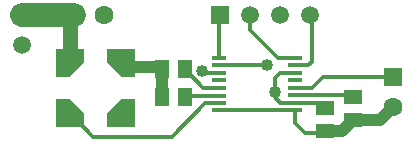
<source format=gbr>
G04 DipTrace 3.2.0.1*
G04 Top.gbr*
%MOMM*%
G04 #@! TF.FileFunction,Copper,L1,Top*
G04 #@! TF.Part,Single*
%AMOUTLINE0*
4,1,5,
-1.15,1.15,
1.15,1.15,
1.15,-1.15,
0.025,-1.15,
-1.15,0.025,
-1.15,1.15,
0*%
%AMOUTLINE3*
4,1,5,
1.15,1.15,
1.15,-1.15,
-1.15,-1.15,
-1.15,-0.025,
0.025,1.15,
1.15,1.15,
0*%
%AMOUTLINE6*
4,1,5,
1.15,-1.15,
-1.15,-1.15,
-1.15,1.15,
-0.025,1.15,
1.15,-0.025,
1.15,-1.15,
0*%
%AMOUTLINE9*
4,1,5,
-1.15,-1.15,
-1.15,1.15,
1.15,1.15,
1.15,0.025,
-0.025,-1.15,
-1.15,-1.15,
0*%
G04 #@! TA.AperFunction,Conductor*
%ADD13C,2.0*%
%ADD14C,1.3*%
%ADD15C,0.33*%
%ADD16C,1.0*%
%ADD20R,1.5X1.3*%
%ADD21R,1.3X1.5*%
G04 #@! TA.AperFunction,ComponentPad*
%ADD22C,1.6*%
%ADD23R,1.6X1.6*%
%ADD24R,1.5X1.5*%
%ADD25C,1.5*%
%ADD27R,1.143X0.4191*%
G04 #@! TA.AperFunction,ViaPad*
%ADD29C,1.016*%
%ADD53OUTLINE0*%
%ADD56OUTLINE3*%
%ADD59OUTLINE6*%
%ADD62OUTLINE9*%
%FSLAX35Y35*%
G04*
G71*
G90*
G75*
G01*
G04 Top*
%LPD*%
X176867Y1148487D2*
D13*
X621293D1*
D14*
X586483D1*
Y743480D1*
X1849213Y402420D2*
D15*
X1732433D1*
X1446733Y116720D1*
X783243D1*
X586483Y313480D1*
X2494373Y783420D2*
X2351493D1*
X2113440Y1021473D1*
Y1148487D1*
X2494373Y338920D2*
Y227833D1*
X2573740Y148467D1*
X2731993D1*
X2748347Y164820D1*
D16*
X2891207D1*
X2986447Y260060D1*
X1065773Y259580D2*
D15*
Y264190D1*
X1016483Y313480D1*
X1849213Y338920D2*
X2494373D1*
X2986447Y260060D2*
D16*
X3209153D1*
X3319787Y370693D1*
X1849213Y783420D2*
D15*
Y1138260D1*
X1859440Y1148487D1*
X1016483Y743480D2*
D16*
Y704033D1*
X1351493D1*
X1367367Y688160D1*
Y450060D1*
X1849213Y463380D2*
D15*
X1570687D1*
X1557367Y450060D1*
X1849213Y529420D2*
X1716107D1*
X1557367Y688160D1*
X2494373Y465920D2*
X2970587D1*
X2986447Y450060D1*
X2494373Y656420D2*
X2367393D1*
X2319767Y608793D1*
Y497680D1*
Y450060D1*
X2367407Y402420D1*
X2494373D1*
X2700747D1*
X2748347Y354820D1*
X2319767Y497680D2*
D3*
X2494373Y529420D2*
X2637227D1*
X2732473Y624667D1*
X3319760D1*
X3319787Y624693D1*
X2494373Y719920D2*
X2605500D1*
X2637233Y751653D1*
Y1132693D1*
X2621440Y1148487D1*
X1849213Y719920D2*
X2256260D1*
X2256273Y719907D1*
X1849213Y658960D2*
X1714033D1*
X1700707Y672287D1*
D29*
X954660Y259580D3*
X2256273Y719907D3*
X1065773Y259580D3*
X1700707Y672287D3*
X2319767Y497680D3*
D20*
X2986447Y450060D3*
Y260060D3*
D21*
X1367367Y688160D3*
X1557367D3*
X1367367Y450060D3*
X1557367D3*
D20*
X2748347Y354820D3*
Y164820D3*
D22*
X875293Y1148487D3*
D23*
X621293D3*
D22*
X3319787Y370693D3*
D23*
Y624693D3*
D24*
X176867Y1148487D3*
D25*
Y894487D3*
D24*
X1859440Y1148487D3*
D25*
X2113440D3*
X2367440D3*
X2621440D3*
D27*
X2494373Y592920D3*
Y529420D3*
Y656420D3*
Y719920D3*
Y783420D3*
Y465920D3*
Y402420D3*
Y338920D3*
X1849213Y592920D3*
Y529420D3*
Y658960D3*
Y719920D3*
Y783420D3*
Y463380D3*
Y402420D3*
Y338920D3*
D53*
X1016483Y743480D3*
D56*
Y313480D3*
D59*
X586483D3*
D62*
Y743480D3*
M02*

</source>
